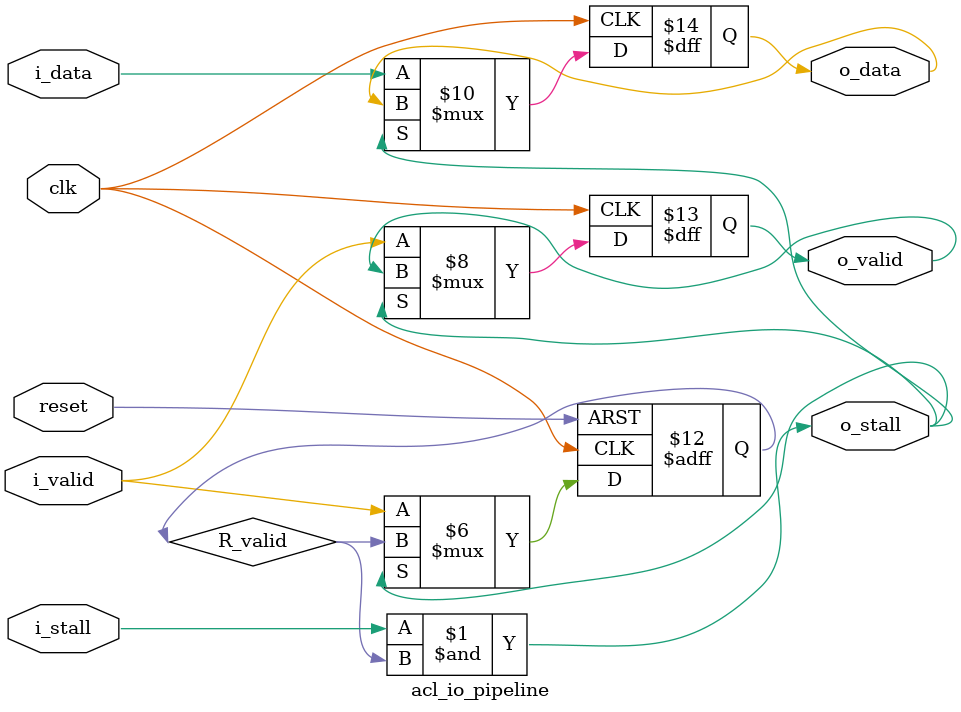
<source format=v>
module acl_io_pipeline #(
  parameter WIDTH = 1
)(
  input  clk,
  input  reset,
  input  i_stall,
  input  i_valid,
  input  [WIDTH-1:0] i_data,
  output o_stall,
  output reg o_valid,
  output reg [WIDTH-1:0] o_data
);
reg R_valid;
assign o_stall = i_stall & R_valid;
always@(posedge clk) begin
  if(!o_stall) {o_valid, o_data} <= {i_valid, i_data};
end
always@(posedge clk or posedge reset)begin
  if(reset) R_valid <= 1'b0;
  else if(!o_stall) R_valid <= i_valid;
end
endmodule
</source>
